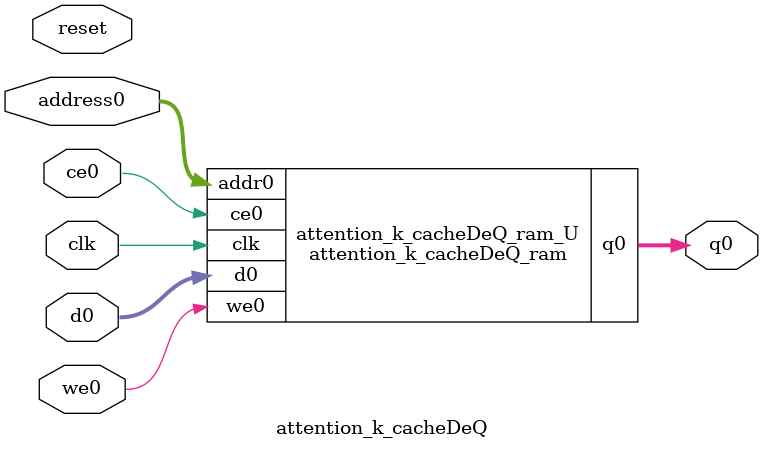
<source format=v>
`timescale 1 ns / 1 ps
module attention_k_cacheDeQ_ram (addr0, ce0, d0, we0, q0,  clk);

parameter DWIDTH = 40;
parameter AWIDTH = 10;
parameter MEM_SIZE = 576;

input[AWIDTH-1:0] addr0;
input ce0;
input[DWIDTH-1:0] d0;
input we0;
output reg[DWIDTH-1:0] q0;
input clk;

(* ram_style = "block" *)reg [DWIDTH-1:0] ram[0:MEM_SIZE-1];




always @(posedge clk)  
begin 
    if (ce0) begin
        if (we0) 
            ram[addr0] <= d0; 
        q0 <= ram[addr0];
    end
end


endmodule

`timescale 1 ns / 1 ps
module attention_k_cacheDeQ(
    reset,
    clk,
    address0,
    ce0,
    we0,
    d0,
    q0);

parameter DataWidth = 32'd40;
parameter AddressRange = 32'd576;
parameter AddressWidth = 32'd10;
input reset;
input clk;
input[AddressWidth - 1:0] address0;
input ce0;
input we0;
input[DataWidth - 1:0] d0;
output[DataWidth - 1:0] q0;



attention_k_cacheDeQ_ram attention_k_cacheDeQ_ram_U(
    .clk( clk ),
    .addr0( address0 ),
    .ce0( ce0 ),
    .we0( we0 ),
    .d0( d0 ),
    .q0( q0 ));

endmodule


</source>
